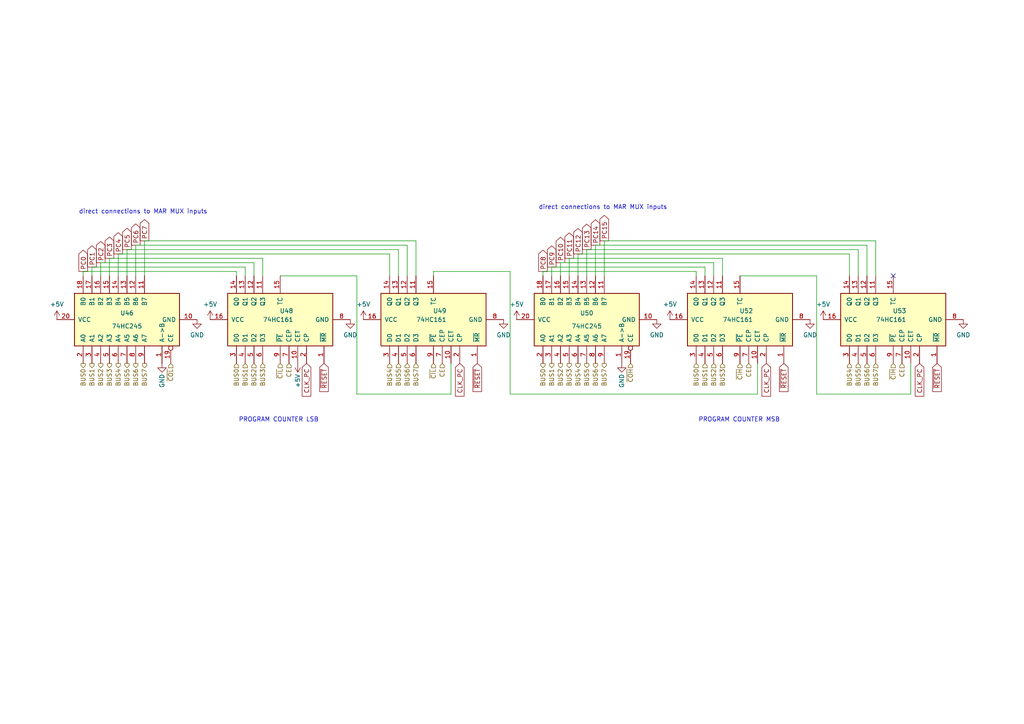
<source format=kicad_sch>
(kicad_sch (version 20211123) (generator eeschema)

  (uuid 531210ac-d133-4fad-8436-d617d548259f)

  (paper "A4")

  (title_block
    (title "Program Counter")
    (date "2023-12-11")
    (rev "1.1")
    (comment 2 "creativecommons.org/licenses/by-nc-sa/4.0/")
    (comment 3 "This work is licensed under CC BY-NC-SA 4.0")
    (comment 4 "Author: Carsten Herting (slu4)")
  )

  (lib_symbols
    (symbol "8-Bit CPU 32k:74HC161" (pin_names (offset 1.016)) (in_bom yes) (on_board yes)
      (property "Reference" "U" (id 0) (at -7.62 16.51 0)
        (effects (font (size 1.27 1.27)))
      )
      (property "Value" "74HC161" (id 1) (at -7.62 -16.51 0)
        (effects (font (size 1.27 1.27)))
      )
      (property "Footprint" "" (id 2) (at 0 0 0)
        (effects (font (size 1.27 1.27)) hide)
      )
      (property "Datasheet" "http://www.ti.com/lit/gpn/sn74LS161" (id 3) (at 0 0 0)
        (effects (font (size 1.27 1.27)) hide)
      )
      (property "ki_locked" "" (id 4) (at 0 0 0)
        (effects (font (size 1.27 1.27)))
      )
      (property "ki_keywords" "TTL CNT CNT4" (id 5) (at 0 0 0)
        (effects (font (size 1.27 1.27)) hide)
      )
      (property "ki_description" "Synchronous 4-bit programmable binary Counter" (id 6) (at 0 0 0)
        (effects (font (size 1.27 1.27)) hide)
      )
      (property "ki_fp_filters" "DIP?16*" (id 7) (at 0 0 0)
        (effects (font (size 1.27 1.27)) hide)
      )
      (symbol "74HC161_1_0"
        (pin input line (at -12.7 -12.7 0) (length 5.08)
          (name "~{MR}" (effects (font (size 1.27 1.27))))
          (number "1" (effects (font (size 1.27 1.27))))
        )
        (pin input line (at -12.7 -5.08 0) (length 5.08)
          (name "CET" (effects (font (size 1.27 1.27))))
          (number "10" (effects (font (size 1.27 1.27))))
        )
        (pin output line (at 12.7 5.08 180) (length 5.08)
          (name "Q3" (effects (font (size 1.27 1.27))))
          (number "11" (effects (font (size 1.27 1.27))))
        )
        (pin output line (at 12.7 7.62 180) (length 5.08)
          (name "Q2" (effects (font (size 1.27 1.27))))
          (number "12" (effects (font (size 1.27 1.27))))
        )
        (pin output line (at 12.7 10.16 180) (length 5.08)
          (name "Q1" (effects (font (size 1.27 1.27))))
          (number "13" (effects (font (size 1.27 1.27))))
        )
        (pin output line (at 12.7 12.7 180) (length 5.08)
          (name "Q0" (effects (font (size 1.27 1.27))))
          (number "14" (effects (font (size 1.27 1.27))))
        )
        (pin output line (at 12.7 0 180) (length 5.08)
          (name "TC" (effects (font (size 1.27 1.27))))
          (number "15" (effects (font (size 1.27 1.27))))
        )
        (pin power_in line (at 0 20.32 270) (length 5.08)
          (name "VCC" (effects (font (size 1.27 1.27))))
          (number "16" (effects (font (size 1.27 1.27))))
        )
        (pin input line (at -12.7 -7.62 0) (length 5.08)
          (name "CP" (effects (font (size 1.27 1.27))))
          (number "2" (effects (font (size 1.27 1.27))))
        )
        (pin input line (at -12.7 12.7 0) (length 5.08)
          (name "D0" (effects (font (size 1.27 1.27))))
          (number "3" (effects (font (size 1.27 1.27))))
        )
        (pin input line (at -12.7 10.16 0) (length 5.08)
          (name "D1" (effects (font (size 1.27 1.27))))
          (number "4" (effects (font (size 1.27 1.27))))
        )
        (pin input line (at -12.7 7.62 0) (length 5.08)
          (name "D2" (effects (font (size 1.27 1.27))))
          (number "5" (effects (font (size 1.27 1.27))))
        )
        (pin input line (at -12.7 5.08 0) (length 5.08)
          (name "D3" (effects (font (size 1.27 1.27))))
          (number "6" (effects (font (size 1.27 1.27))))
        )
        (pin input line (at -12.7 -2.54 0) (length 5.08)
          (name "CEP" (effects (font (size 1.27 1.27))))
          (number "7" (effects (font (size 1.27 1.27))))
        )
        (pin power_in line (at 0 -20.32 90) (length 5.08)
          (name "GND" (effects (font (size 1.27 1.27))))
          (number "8" (effects (font (size 1.27 1.27))))
        )
        (pin input line (at -12.7 0 0) (length 5.08)
          (name "~{PE}" (effects (font (size 1.27 1.27))))
          (number "9" (effects (font (size 1.27 1.27))))
        )
      )
      (symbol "74HC161_1_1"
        (rectangle (start -7.62 15.24) (end 7.62 -15.24)
          (stroke (width 0.254) (type default) (color 0 0 0 0))
          (fill (type background))
        )
      )
    )
    (symbol "8-Bit CPU 32k:74HC245" (pin_names (offset 1.016)) (in_bom yes) (on_board yes)
      (property "Reference" "U" (id 0) (at 0 -6.35 90)
        (effects (font (size 1.27 1.27)))
      )
      (property "Value" "74HC245" (id 1) (at 0 2.54 90)
        (effects (font (size 1.27 1.27)))
      )
      (property "Footprint" "" (id 2) (at 0 0 0)
        (effects (font (size 1.27 1.27)) hide)
      )
      (property "Datasheet" "http://www.ti.com/lit/gpn/sn74HC245" (id 3) (at 0 -17.78 0)
        (effects (font (size 1.27 1.27)) hide)
      )
      (property "ki_locked" "" (id 4) (at 0 0 0)
        (effects (font (size 1.27 1.27)))
      )
      (property "ki_keywords" "HCMOS BUS 3State" (id 5) (at 0 0 0)
        (effects (font (size 1.27 1.27)) hide)
      )
      (property "ki_description" "Octal BUS Transceivers, 3-State outputs" (id 6) (at 0 0 0)
        (effects (font (size 1.27 1.27)) hide)
      )
      (property "ki_fp_filters" "DIP?20*" (id 7) (at 0 0 0)
        (effects (font (size 1.27 1.27)) hide)
      )
      (symbol "74HC245_1_0"
        (pin input line (at -12.7 -10.16 0) (length 5.08)
          (name "A->B" (effects (font (size 1.27 1.27))))
          (number "1" (effects (font (size 1.27 1.27))))
        )
        (pin power_in line (at 0 -20.32 90) (length 5.08)
          (name "GND" (effects (font (size 1.27 1.27))))
          (number "10" (effects (font (size 1.27 1.27))))
        )
        (pin input line (at 12.7 -5.08 180) (length 5.08)
          (name "B7" (effects (font (size 1.27 1.27))))
          (number "11" (effects (font (size 1.27 1.27))))
        )
        (pin input line (at 12.7 -2.54 180) (length 5.08)
          (name "B6" (effects (font (size 1.27 1.27))))
          (number "12" (effects (font (size 1.27 1.27))))
        )
        (pin input line (at 12.7 0 180) (length 5.08)
          (name "B5" (effects (font (size 1.27 1.27))))
          (number "13" (effects (font (size 1.27 1.27))))
        )
        (pin input line (at 12.7 2.54 180) (length 5.08)
          (name "B4" (effects (font (size 1.27 1.27))))
          (number "14" (effects (font (size 1.27 1.27))))
        )
        (pin input line (at 12.7 5.08 180) (length 5.08)
          (name "B3" (effects (font (size 1.27 1.27))))
          (number "15" (effects (font (size 1.27 1.27))))
        )
        (pin input line (at 12.7 7.62 180) (length 5.08)
          (name "B2" (effects (font (size 1.27 1.27))))
          (number "16" (effects (font (size 1.27 1.27))))
        )
        (pin input line (at 12.7 10.16 180) (length 5.08)
          (name "B1" (effects (font (size 1.27 1.27))))
          (number "17" (effects (font (size 1.27 1.27))))
        )
        (pin input line (at 12.7 12.7 180) (length 5.08)
          (name "B0" (effects (font (size 1.27 1.27))))
          (number "18" (effects (font (size 1.27 1.27))))
        )
        (pin input inverted (at -12.7 -12.7 0) (length 5.08)
          (name "CE" (effects (font (size 1.27 1.27))))
          (number "19" (effects (font (size 1.27 1.27))))
        )
        (pin tri_state line (at -12.7 12.7 0) (length 5.08)
          (name "A0" (effects (font (size 1.27 1.27))))
          (number "2" (effects (font (size 1.27 1.27))))
        )
        (pin power_in line (at 0 20.32 270) (length 5.08)
          (name "VCC" (effects (font (size 1.27 1.27))))
          (number "20" (effects (font (size 1.27 1.27))))
        )
        (pin tri_state line (at -12.7 10.16 0) (length 5.08)
          (name "A1" (effects (font (size 1.27 1.27))))
          (number "3" (effects (font (size 1.27 1.27))))
        )
        (pin tri_state line (at -12.7 7.62 0) (length 5.08)
          (name "A2" (effects (font (size 1.27 1.27))))
          (number "4" (effects (font (size 1.27 1.27))))
        )
        (pin tri_state line (at -12.7 5.08 0) (length 5.08)
          (name "A3" (effects (font (size 1.27 1.27))))
          (number "5" (effects (font (size 1.27 1.27))))
        )
        (pin tri_state line (at -12.7 2.54 0) (length 5.08)
          (name "A4" (effects (font (size 1.27 1.27))))
          (number "6" (effects (font (size 1.27 1.27))))
        )
        (pin tri_state line (at -12.7 0 0) (length 5.08)
          (name "A5" (effects (font (size 1.27 1.27))))
          (number "7" (effects (font (size 1.27 1.27))))
        )
        (pin tri_state line (at -12.7 -2.54 0) (length 5.08)
          (name "A6" (effects (font (size 1.27 1.27))))
          (number "8" (effects (font (size 1.27 1.27))))
        )
        (pin tri_state line (at -12.7 -5.08 0) (length 5.08)
          (name "A7" (effects (font (size 1.27 1.27))))
          (number "9" (effects (font (size 1.27 1.27))))
        )
      )
      (symbol "74HC245_1_1"
        (rectangle (start -7.62 15.24) (end 7.62 -15.24)
          (stroke (width 0.254) (type default) (color 0 0 0 0))
          (fill (type background))
        )
      )
    )
    (symbol "power:+5V" (power) (pin_names (offset 0)) (in_bom yes) (on_board yes)
      (property "Reference" "#PWR" (id 0) (at 0 -3.81 0)
        (effects (font (size 1.27 1.27)) hide)
      )
      (property "Value" "+5V" (id 1) (at 0 3.556 0)
        (effects (font (size 1.27 1.27)))
      )
      (property "Footprint" "" (id 2) (at 0 0 0)
        (effects (font (size 1.27 1.27)) hide)
      )
      (property "Datasheet" "" (id 3) (at 0 0 0)
        (effects (font (size 1.27 1.27)) hide)
      )
      (property "ki_keywords" "power-flag" (id 4) (at 0 0 0)
        (effects (font (size 1.27 1.27)) hide)
      )
      (property "ki_description" "Power symbol creates a global label with name \"+5V\"" (id 5) (at 0 0 0)
        (effects (font (size 1.27 1.27)) hide)
      )
      (symbol "+5V_0_1"
        (polyline
          (pts
            (xy -0.762 1.27)
            (xy 0 2.54)
          )
          (stroke (width 0) (type default) (color 0 0 0 0))
          (fill (type none))
        )
        (polyline
          (pts
            (xy 0 0)
            (xy 0 2.54)
          )
          (stroke (width 0) (type default) (color 0 0 0 0))
          (fill (type none))
        )
        (polyline
          (pts
            (xy 0 2.54)
            (xy 0.762 1.27)
          )
          (stroke (width 0) (type default) (color 0 0 0 0))
          (fill (type none))
        )
      )
      (symbol "+5V_1_1"
        (pin power_in line (at 0 0 90) (length 0) hide
          (name "+5V" (effects (font (size 1.27 1.27))))
          (number "1" (effects (font (size 1.27 1.27))))
        )
      )
    )
    (symbol "power:GND" (power) (pin_names (offset 0)) (in_bom yes) (on_board yes)
      (property "Reference" "#PWR" (id 0) (at 0 -6.35 0)
        (effects (font (size 1.27 1.27)) hide)
      )
      (property "Value" "GND" (id 1) (at 0 -3.81 0)
        (effects (font (size 1.27 1.27)))
      )
      (property "Footprint" "" (id 2) (at 0 0 0)
        (effects (font (size 1.27 1.27)) hide)
      )
      (property "Datasheet" "" (id 3) (at 0 0 0)
        (effects (font (size 1.27 1.27)) hide)
      )
      (property "ki_keywords" "power-flag" (id 4) (at 0 0 0)
        (effects (font (size 1.27 1.27)) hide)
      )
      (property "ki_description" "Power symbol creates a global label with name \"GND\" , ground" (id 5) (at 0 0 0)
        (effects (font (size 1.27 1.27)) hide)
      )
      (symbol "GND_0_1"
        (polyline
          (pts
            (xy 0 0)
            (xy 0 -1.27)
            (xy 1.27 -1.27)
            (xy 0 -2.54)
            (xy -1.27 -1.27)
            (xy 0 -1.27)
          )
          (stroke (width 0) (type default) (color 0 0 0 0))
          (fill (type none))
        )
      )
      (symbol "GND_1_1"
        (pin power_in line (at 0 0 270) (length 0) hide
          (name "GND" (effects (font (size 1.27 1.27))))
          (number "1" (effects (font (size 1.27 1.27))))
        )
      )
    )
  )


  (no_connect (at 259.08 80.01) (uuid 28dbcf32-a839-44ce-aba2-169e5baf7f93))

  (wire (pts (xy 39.37 80.01) (xy 39.37 71.12))
    (stroke (width 0) (type default) (color 0 0 0 0))
    (uuid 0780e0b9-154b-4cff-a239-3a5c8437af58)
  )
  (wire (pts (xy 209.55 80.01) (xy 209.55 74.93))
    (stroke (width 0) (type default) (color 0 0 0 0))
    (uuid 07a1204d-8218-4d86-9f31-083b5bdf4069)
  )
  (wire (pts (xy 125.73 80.01) (xy 125.73 78.74))
    (stroke (width 0) (type default) (color 0 0 0 0))
    (uuid 08114ff2-73aa-4795-89ca-6d7316a7e974)
  )
  (wire (pts (xy 76.2 80.01) (xy 76.2 74.93))
    (stroke (width 0) (type default) (color 0 0 0 0))
    (uuid 0b59de52-fab0-4596-a076-5a7460d2293a)
  )
  (wire (pts (xy 204.47 77.47) (xy 160.02 77.47))
    (stroke (width 0) (type default) (color 0 0 0 0))
    (uuid 1354c3e1-417c-4b0f-bb8b-be50919a15c2)
  )
  (wire (pts (xy 103.505 114.3) (xy 130.81 114.3))
    (stroke (width 0) (type default) (color 0 0 0 0))
    (uuid 1ce315f8-993b-49da-806e-9a7c1eafeef3)
  )
  (wire (pts (xy 26.67 77.47) (xy 26.67 80.01))
    (stroke (width 0) (type default) (color 0 0 0 0))
    (uuid 21ca5b86-a3c3-4f51-a298-e85d6bc95677)
  )
  (wire (pts (xy 160.02 77.47) (xy 160.02 80.01))
    (stroke (width 0) (type default) (color 0 0 0 0))
    (uuid 225a2f60-2c5f-4547-8134-787d9a182894)
  )
  (wire (pts (xy 162.56 80.01) (xy 162.56 76.2))
    (stroke (width 0) (type default) (color 0 0 0 0))
    (uuid 23dd24fd-1f3e-4ea4-ad6f-6814220e2184)
  )
  (wire (pts (xy 71.12 77.47) (xy 26.67 77.47))
    (stroke (width 0) (type default) (color 0 0 0 0))
    (uuid 2538fda4-a5fb-4bc6-8c60-d9aae4396f88)
  )
  (wire (pts (xy 162.56 76.2) (xy 207.01 76.2))
    (stroke (width 0) (type default) (color 0 0 0 0))
    (uuid 28902c68-a98e-4c5e-8c36-eb4e82526079)
  )
  (wire (pts (xy 113.03 73.66) (xy 113.03 80.01))
    (stroke (width 0) (type default) (color 0 0 0 0))
    (uuid 28e7b761-c87d-4dd9-a5f8-22b757d933b4)
  )
  (wire (pts (xy 204.47 80.01) (xy 204.47 77.47))
    (stroke (width 0) (type default) (color 0 0 0 0))
    (uuid 2a00dc92-3718-4cf6-a969-01fcddf630fc)
  )
  (wire (pts (xy 29.21 76.2) (xy 73.66 76.2))
    (stroke (width 0) (type default) (color 0 0 0 0))
    (uuid 335b7bba-7287-4a50-8426-f874cbfd0c9c)
  )
  (wire (pts (xy 36.83 80.01) (xy 36.83 72.39))
    (stroke (width 0) (type default) (color 0 0 0 0))
    (uuid 37d0a728-1e56-4807-ab64-106f28968345)
  )
  (wire (pts (xy 175.26 69.85) (xy 254 69.85))
    (stroke (width 0) (type default) (color 0 0 0 0))
    (uuid 419d59d4-e4b6-4904-a355-f946ba3e14e9)
  )
  (wire (pts (xy 73.66 76.2) (xy 73.66 80.01))
    (stroke (width 0) (type default) (color 0 0 0 0))
    (uuid 42287f21-5eb3-4384-a4cc-1115efec7906)
  )
  (wire (pts (xy 29.21 80.01) (xy 29.21 76.2))
    (stroke (width 0) (type default) (color 0 0 0 0))
    (uuid 562f052c-58c8-40e0-abe2-570771c0fc01)
  )
  (wire (pts (xy 209.55 74.93) (xy 165.1 74.93))
    (stroke (width 0) (type default) (color 0 0 0 0))
    (uuid 58229f0d-b199-4895-9e5b-4f6e6ad601ab)
  )
  (wire (pts (xy 236.855 80.01) (xy 214.63 80.01))
    (stroke (width 0) (type default) (color 0 0 0 0))
    (uuid 5e8195e4-00b8-4f27-ab9e-0f2affd0b934)
  )
  (wire (pts (xy 236.855 80.01) (xy 236.855 114.3))
    (stroke (width 0) (type default) (color 0 0 0 0))
    (uuid 699a4520-bb3b-474b-93d8-dc2c6bf39cbe)
  )
  (wire (pts (xy 120.65 69.85) (xy 120.65 80.01))
    (stroke (width 0) (type default) (color 0 0 0 0))
    (uuid 69b7b1ac-2c27-4225-ba0d-b6dba6209abb)
  )
  (wire (pts (xy 34.29 80.01) (xy 34.29 73.66))
    (stroke (width 0) (type default) (color 0 0 0 0))
    (uuid 6b588333-cd8a-46b7-8233-eaf0ee70cdef)
  )
  (wire (pts (xy 24.13 78.74) (xy 68.58 78.74))
    (stroke (width 0) (type default) (color 0 0 0 0))
    (uuid 6c4c4e39-1ab6-4eef-ad90-349f0cb5bb52)
  )
  (wire (pts (xy 172.72 71.12) (xy 251.46 71.12))
    (stroke (width 0) (type default) (color 0 0 0 0))
    (uuid 6f3a15a9-bde7-432a-a3d8-8c125fdf20ad)
  )
  (wire (pts (xy 167.64 73.66) (xy 246.38 73.66))
    (stroke (width 0) (type default) (color 0 0 0 0))
    (uuid 71651922-c52e-463a-bd47-e8981f602a8d)
  )
  (wire (pts (xy 157.48 80.01) (xy 157.48 78.74))
    (stroke (width 0) (type default) (color 0 0 0 0))
    (uuid 7b2219c2-645e-4468-a485-5cb82838b146)
  )
  (wire (pts (xy 24.13 80.01) (xy 24.13 78.74))
    (stroke (width 0) (type default) (color 0 0 0 0))
    (uuid 7eafb61f-2a1b-4b1a-90ff-d35367dfda9d)
  )
  (wire (pts (xy 71.12 80.01) (xy 71.12 77.47))
    (stroke (width 0) (type default) (color 0 0 0 0))
    (uuid 7edfecc8-a8e9-4a3c-b32b-1305b4e16d1d)
  )
  (wire (pts (xy 76.2 74.93) (xy 31.75 74.93))
    (stroke (width 0) (type default) (color 0 0 0 0))
    (uuid 7fddf2f3-2551-49eb-b12f-ab310511c694)
  )
  (wire (pts (xy 103.505 80.01) (xy 103.505 114.3))
    (stroke (width 0) (type default) (color 0 0 0 0))
    (uuid 8508fa75-94c2-4d8c-8459-f5b9402d0991)
  )
  (wire (pts (xy 170.18 72.39) (xy 248.92 72.39))
    (stroke (width 0) (type default) (color 0 0 0 0))
    (uuid 8c635129-960c-4d31-bd9e-7fef1a7870da)
  )
  (wire (pts (xy 170.18 80.01) (xy 170.18 72.39))
    (stroke (width 0) (type default) (color 0 0 0 0))
    (uuid 8d7edff2-591a-42f5-be16-4ed3f48244ee)
  )
  (wire (pts (xy 118.11 71.12) (xy 118.11 80.01))
    (stroke (width 0) (type default) (color 0 0 0 0))
    (uuid 91d08a47-023f-4436-adfc-9854b9a7a92e)
  )
  (wire (pts (xy 201.93 78.74) (xy 201.93 80.01))
    (stroke (width 0) (type default) (color 0 0 0 0))
    (uuid 92c6c828-f90d-47e4-ab34-28f986909702)
  )
  (wire (pts (xy 219.71 114.3) (xy 219.71 105.41))
    (stroke (width 0) (type default) (color 0 0 0 0))
    (uuid 99883f85-1a6e-4326-a42e-d1733f93b51a)
  )
  (wire (pts (xy 251.46 71.12) (xy 251.46 80.01))
    (stroke (width 0) (type default) (color 0 0 0 0))
    (uuid 9a23d611-dc30-437e-8fa5-d36cd0454df7)
  )
  (wire (pts (xy 165.1 74.93) (xy 165.1 80.01))
    (stroke (width 0) (type default) (color 0 0 0 0))
    (uuid a0552114-fd15-4f25-8ed9-da1bdf503d43)
  )
  (wire (pts (xy 34.29 73.66) (xy 113.03 73.66))
    (stroke (width 0) (type default) (color 0 0 0 0))
    (uuid a20168da-bb94-4193-a6f1-6c1c7805adea)
  )
  (wire (pts (xy 157.48 78.74) (xy 201.93 78.74))
    (stroke (width 0) (type default) (color 0 0 0 0))
    (uuid a8d7945f-8f21-48d9-9fee-c4a38f8e6854)
  )
  (wire (pts (xy 236.855 114.3) (xy 264.16 114.3))
    (stroke (width 0) (type default) (color 0 0 0 0))
    (uuid a90249dd-2c10-4efd-90bf-17f8e590bf84)
  )
  (wire (pts (xy 254 69.85) (xy 254 80.01))
    (stroke (width 0) (type default) (color 0 0 0 0))
    (uuid aa1851c2-577a-492a-84f5-7ab25bbf83a6)
  )
  (wire (pts (xy 68.58 78.74) (xy 68.58 80.01))
    (stroke (width 0) (type default) (color 0 0 0 0))
    (uuid b0c86d67-1923-415a-ab8e-4f702d4fc574)
  )
  (wire (pts (xy 125.73 78.74) (xy 147.955 78.74))
    (stroke (width 0) (type default) (color 0 0 0 0))
    (uuid bb7ebb69-9aa7-42f9-9fb8-fedc6eb19da8)
  )
  (wire (pts (xy 103.505 80.01) (xy 81.28 80.01))
    (stroke (width 0) (type default) (color 0 0 0 0))
    (uuid c45499ad-95d6-42c3-81c2-14f551212e52)
  )
  (wire (pts (xy 175.26 80.01) (xy 175.26 69.85))
    (stroke (width 0) (type default) (color 0 0 0 0))
    (uuid c517e09d-1a7a-43b0-9fc9-90109a0f7d5e)
  )
  (wire (pts (xy 264.16 114.3) (xy 264.16 105.41))
    (stroke (width 0) (type default) (color 0 0 0 0))
    (uuid cf9eac07-084b-4773-b27e-0e8f1e2ce81e)
  )
  (wire (pts (xy 246.38 73.66) (xy 246.38 80.01))
    (stroke (width 0) (type default) (color 0 0 0 0))
    (uuid d471f4da-2b2e-4fcf-a356-cc726508312a)
  )
  (wire (pts (xy 39.37 71.12) (xy 118.11 71.12))
    (stroke (width 0) (type default) (color 0 0 0 0))
    (uuid d723e06d-3916-4d14-8547-cfcd6b605a74)
  )
  (wire (pts (xy 207.01 76.2) (xy 207.01 80.01))
    (stroke (width 0) (type default) (color 0 0 0 0))
    (uuid d8eaa864-8dd8-4c3d-91df-85a966bf3d6c)
  )
  (wire (pts (xy 36.83 72.39) (xy 115.57 72.39))
    (stroke (width 0) (type default) (color 0 0 0 0))
    (uuid da36f435-0436-4147-bcbe-1c7918158ce0)
  )
  (wire (pts (xy 147.955 114.3) (xy 147.955 78.74))
    (stroke (width 0) (type default) (color 0 0 0 0))
    (uuid ddc863d0-6f6c-44bc-9783-5c8c70c48105)
  )
  (wire (pts (xy 147.955 114.3) (xy 219.71 114.3))
    (stroke (width 0) (type default) (color 0 0 0 0))
    (uuid e064e3e6-d57c-4290-b789-c46710165e69)
  )
  (wire (pts (xy 248.92 72.39) (xy 248.92 80.01))
    (stroke (width 0) (type default) (color 0 0 0 0))
    (uuid e61b0509-9567-461a-9dca-6c07c9628062)
  )
  (wire (pts (xy 115.57 72.39) (xy 115.57 80.01))
    (stroke (width 0) (type default) (color 0 0 0 0))
    (uuid eb9aebee-80c1-475b-96e0-a8fcda7ef16c)
  )
  (wire (pts (xy 172.72 80.01) (xy 172.72 71.12))
    (stroke (width 0) (type default) (color 0 0 0 0))
    (uuid ec6b3b17-509a-45f4-804f-02a5a7d4371c)
  )
  (wire (pts (xy 31.75 74.93) (xy 31.75 80.01))
    (stroke (width 0) (type default) (color 0 0 0 0))
    (uuid eee479c7-3f82-4ad9-bc8f-98b259b0146e)
  )
  (wire (pts (xy 167.64 80.01) (xy 167.64 73.66))
    (stroke (width 0) (type default) (color 0 0 0 0))
    (uuid efbfc4ac-c34e-49ea-98b9-440ad171f7d5)
  )
  (wire (pts (xy 41.91 69.85) (xy 120.65 69.85))
    (stroke (width 0) (type default) (color 0 0 0 0))
    (uuid f37e1b0f-d4f1-46f1-97f5-6b4bc16c7bb8)
  )
  (wire (pts (xy 41.91 80.01) (xy 41.91 69.85))
    (stroke (width 0) (type default) (color 0 0 0 0))
    (uuid fa6493c9-0f22-44bc-a543-bd0e63f7dc63)
  )
  (wire (pts (xy 130.81 114.3) (xy 130.81 105.41))
    (stroke (width 0) (type default) (color 0 0 0 0))
    (uuid fc2a41a1-96ca-4bbe-a876-46ff3750c922)
  )

  (text "PROGRAM COUNTER MSB" (at 202.565 122.555 0)
    (effects (font (size 1.27 1.27)) (justify left bottom))
    (uuid 4abf2062-f79e-4392-b528-351d94b0d463)
  )
  (text "PROGRAM COUNTER LSB" (at 69.215 122.555 0)
    (effects (font (size 1.27 1.27)) (justify left bottom))
    (uuid 66d5bf2f-0634-4d7d-9c1f-9a062c867060)
  )
  (text "direct connections to MAR MUX inputs" (at 22.86 62.23 0)
    (effects (font (size 1.27 1.27)) (justify left bottom))
    (uuid a5ffd0b9-051e-4d60-823f-b199456c7a21)
  )
  (text "direct connections to MAR MUX inputs" (at 156.21 60.96 0)
    (effects (font (size 1.27 1.27)) (justify left bottom))
    (uuid cbae337a-7502-44f3-a615-f6cf57dbc488)
  )

  (global_label "~{RESET}" (shape input) (at 93.98 105.41 270) (fields_autoplaced)
    (effects (font (size 1.27 1.27)) (justify right))
    (uuid 0f02b419-b1af-43d0-81b5-372beaf4338a)
    (property "Intersheet References" "${INTERSHEET_REFS}" (id 0) (at 300.99 153.67 0)
      (effects (font (size 1.27 1.27)) (justify left) hide)
    )
  )
  (global_label "~{RESET}" (shape input) (at 227.33 105.41 270) (fields_autoplaced)
    (effects (font (size 1.27 1.27)) (justify right))
    (uuid 2c3de4c6-865a-4b79-80b6-9d38e2a1aaf1)
    (property "Intersheet References" "${INTERSHEET_REFS}" (id 0) (at 434.34 153.67 0)
      (effects (font (size 1.27 1.27)) (justify left) hide)
    )
  )
  (global_label "PC5" (shape output) (at 36.83 72.39 90) (fields_autoplaced)
    (effects (font (size 1.27 1.27)) (justify left))
    (uuid 3d05446d-d5a3-4b6a-b5a3-bbc3e524f02a)
    (property "Intersheet References" "${INTERSHEET_REFS}" (id 0) (at 36.7506 66.3163 90)
      (effects (font (size 1.27 1.27)) (justify left) hide)
    )
  )
  (global_label "CLK_PC" (shape input) (at 88.9 105.41 270) (fields_autoplaced)
    (effects (font (size 1.27 1.27)) (justify right))
    (uuid 3d36880f-c58e-48b8-9953-cb111bea2c66)
    (property "Intersheet References" "${INTERSHEET_REFS}" (id 0) (at 88.8206 114.8099 90)
      (effects (font (size 1.27 1.27)) (justify right) hide)
    )
  )
  (global_label "PC1" (shape output) (at 26.67 77.47 90) (fields_autoplaced)
    (effects (font (size 1.27 1.27)) (justify left))
    (uuid 3dc2311e-018f-4937-96ac-9e59d557259c)
    (property "Intersheet References" "${INTERSHEET_REFS}" (id 0) (at 26.5906 71.3963 90)
      (effects (font (size 1.27 1.27)) (justify left) hide)
    )
  )
  (global_label "PC3" (shape output) (at 31.75 74.93 90) (fields_autoplaced)
    (effects (font (size 1.27 1.27)) (justify left))
    (uuid 57f5297a-46b0-4a06-9a42-7b25e9781186)
    (property "Intersheet References" "${INTERSHEET_REFS}" (id 0) (at 31.6706 68.8563 90)
      (effects (font (size 1.27 1.27)) (justify left) hide)
    )
  )
  (global_label "PC6" (shape output) (at 39.37 71.12 90) (fields_autoplaced)
    (effects (font (size 1.27 1.27)) (justify left))
    (uuid 690ec622-f2da-4413-8288-a7a27c2daae0)
    (property "Intersheet References" "${INTERSHEET_REFS}" (id 0) (at 39.2906 65.0463 90)
      (effects (font (size 1.27 1.27)) (justify left) hide)
    )
  )
  (global_label "PC12" (shape output) (at 167.64 73.66 90) (fields_autoplaced)
    (effects (font (size 1.27 1.27)) (justify left))
    (uuid 6c0bd70e-10db-4e45-a96e-bb2e94dc9562)
    (property "Intersheet References" "${INTERSHEET_REFS}" (id 0) (at 167.5606 66.3768 90)
      (effects (font (size 1.27 1.27)) (justify left) hide)
    )
  )
  (global_label "~{RESET}" (shape input) (at 138.43 105.41 270) (fields_autoplaced)
    (effects (font (size 1.27 1.27)) (justify right))
    (uuid 898a76e1-bcef-46c4-b34b-f8d041b004c3)
    (property "Intersheet References" "${INTERSHEET_REFS}" (id 0) (at 287.02 153.67 0)
      (effects (font (size 1.27 1.27)) (justify left) hide)
    )
  )
  (global_label "PC15" (shape output) (at 175.26 69.85 90) (fields_autoplaced)
    (effects (font (size 1.27 1.27)) (justify left))
    (uuid 8aad4a16-2993-418b-afd7-d5da61f14ceb)
    (property "Intersheet References" "${INTERSHEET_REFS}" (id 0) (at 175.1806 62.5668 90)
      (effects (font (size 1.27 1.27)) (justify left) hide)
    )
  )
  (global_label "PC4" (shape output) (at 34.29 73.66 90) (fields_autoplaced)
    (effects (font (size 1.27 1.27)) (justify left))
    (uuid 90d115a7-15ae-4598-b3da-9c78e21c40b8)
    (property "Intersheet References" "${INTERSHEET_REFS}" (id 0) (at 34.2106 67.5863 90)
      (effects (font (size 1.27 1.27)) (justify left) hide)
    )
  )
  (global_label "PC10" (shape output) (at 162.56 76.2 90) (fields_autoplaced)
    (effects (font (size 1.27 1.27)) (justify left))
    (uuid 9ab59bcd-9622-4546-a5f3-7a8282e415a5)
    (property "Intersheet References" "${INTERSHEET_REFS}" (id 0) (at 162.4806 68.9168 90)
      (effects (font (size 1.27 1.27)) (justify left) hide)
    )
  )
  (global_label "~{RESET}" (shape input) (at 271.78 105.41 270) (fields_autoplaced)
    (effects (font (size 1.27 1.27)) (justify right))
    (uuid 9bb8b3c4-eac9-4bec-a1b9-78b28137c239)
    (property "Intersheet References" "${INTERSHEET_REFS}" (id 0) (at 420.37 153.67 0)
      (effects (font (size 1.27 1.27)) (justify left) hide)
    )
  )
  (global_label "PC13" (shape output) (at 170.18 72.39 90) (fields_autoplaced)
    (effects (font (size 1.27 1.27)) (justify left))
    (uuid a5d8a1dc-2e74-4b61-a491-484d8de2b0d0)
    (property "Intersheet References" "${INTERSHEET_REFS}" (id 0) (at 170.1006 65.1068 90)
      (effects (font (size 1.27 1.27)) (justify left) hide)
    )
  )
  (global_label "PC9" (shape output) (at 160.02 77.47 90) (fields_autoplaced)
    (effects (font (size 1.27 1.27)) (justify left))
    (uuid bca12e5a-f419-42d7-bad2-42ac63150383)
    (property "Intersheet References" "${INTERSHEET_REFS}" (id 0) (at 159.9406 71.3963 90)
      (effects (font (size 1.27 1.27)) (justify left) hide)
    )
  )
  (global_label "PC11" (shape output) (at 165.1 74.93 90) (fields_autoplaced)
    (effects (font (size 1.27 1.27)) (justify left))
    (uuid bcca835f-6bde-4993-ad39-d6c6cddf1108)
    (property "Intersheet References" "${INTERSHEET_REFS}" (id 0) (at 165.0206 67.6468 90)
      (effects (font (size 1.27 1.27)) (justify left) hide)
    )
  )
  (global_label "PC8" (shape output) (at 157.48 78.74 90) (fields_autoplaced)
    (effects (font (size 1.27 1.27)) (justify left))
    (uuid c5758c14-81ea-4097-bc40-00abca8880ca)
    (property "Intersheet References" "${INTERSHEET_REFS}" (id 0) (at 157.4006 72.6663 90)
      (effects (font (size 1.27 1.27)) (justify left) hide)
    )
  )
  (global_label "CLK_PC" (shape input) (at 222.25 105.41 270) (fields_autoplaced)
    (effects (font (size 1.27 1.27)) (justify right))
    (uuid d0c6a1eb-09af-463d-a13d-57093514d2a8)
    (property "Intersheet References" "${INTERSHEET_REFS}" (id 0) (at 222.1706 114.8099 90)
      (effects (font (size 1.27 1.27)) (justify right) hide)
    )
  )
  (global_label "PC14" (shape output) (at 172.72 71.12 90) (fields_autoplaced)
    (effects (font (size 1.27 1.27)) (justify left))
    (uuid d1b98760-b129-4667-975f-116a7c7a00f2)
    (property "Intersheet References" "${INTERSHEET_REFS}" (id 0) (at 172.6406 63.8368 90)
      (effects (font (size 1.27 1.27)) (justify left) hide)
    )
  )
  (global_label "PC7" (shape output) (at 41.91 69.85 90) (fields_autoplaced)
    (effects (font (size 1.27 1.27)) (justify left))
    (uuid d6c9c13e-ca63-4218-b54a-15d1687289dd)
    (property "Intersheet References" "${INTERSHEET_REFS}" (id 0) (at 41.8306 63.7763 90)
      (effects (font (size 1.27 1.27)) (justify left) hide)
    )
  )
  (global_label "PC0" (shape output) (at 24.13 78.74 90) (fields_autoplaced)
    (effects (font (size 1.27 1.27)) (justify left))
    (uuid dc479a64-39f9-495a-8afe-c1d996edc242)
    (property "Intersheet References" "${INTERSHEET_REFS}" (id 0) (at 24.0506 72.6663 90)
      (effects (font (size 1.27 1.27)) (justify left) hide)
    )
  )
  (global_label "CLK_PC" (shape input) (at 266.7 105.41 270) (fields_autoplaced)
    (effects (font (size 1.27 1.27)) (justify right))
    (uuid e43f2228-bfab-4da4-bb2e-de3b43f37046)
    (property "Intersheet References" "${INTERSHEET_REFS}" (id 0) (at 266.6206 114.8099 90)
      (effects (font (size 1.27 1.27)) (justify right) hide)
    )
  )
  (global_label "CLK_PC" (shape input) (at 133.35 105.41 270) (fields_autoplaced)
    (effects (font (size 1.27 1.27)) (justify right))
    (uuid f4dc6ec2-7e55-4670-90aa-c5044c5e2778)
    (property "Intersheet References" "${INTERSHEET_REFS}" (id 0) (at 133.2706 114.8099 90)
      (effects (font (size 1.27 1.27)) (justify right) hide)
    )
  )
  (global_label "PC2" (shape output) (at 29.21 76.2 90) (fields_autoplaced)
    (effects (font (size 1.27 1.27)) (justify left))
    (uuid f8d8451b-ac8b-4602-b865-249513be9418)
    (property "Intersheet References" "${INTERSHEET_REFS}" (id 0) (at 29.1306 70.1263 90)
      (effects (font (size 1.27 1.27)) (justify left) hide)
    )
  )

  (hierarchical_label "BUS7" (shape output) (at 175.26 105.41 270)
    (effects (font (size 1.27 1.27)) (justify right))
    (uuid 0df23cf1-501a-491a-8f9c-ece74d652e49)
  )
  (hierarchical_label "BUS3" (shape input) (at 209.55 105.41 270)
    (effects (font (size 1.27 1.27)) (justify right))
    (uuid 13337f8a-6fc6-4c14-92ed-192140da8aa0)
  )
  (hierarchical_label "BUS5" (shape output) (at 36.83 105.41 270)
    (effects (font (size 1.27 1.27)) (justify right))
    (uuid 16776016-42c8-48dc-8e3a-7ba71fbdf2c6)
  )
  (hierarchical_label "BUS1" (shape output) (at 160.02 105.41 270)
    (effects (font (size 1.27 1.27)) (justify right))
    (uuid 1b2f3218-97ab-4644-80c3-1054e5dcd116)
  )
  (hierarchical_label "BUS0" (shape output) (at 24.13 105.41 270)
    (effects (font (size 1.27 1.27)) (justify right))
    (uuid 1bc484d0-9ae6-40ef-9aad-013b21eb4fc5)
  )
  (hierarchical_label "BUS2" (shape output) (at 29.21 105.41 270)
    (effects (font (size 1.27 1.27)) (justify right))
    (uuid 1bcbdada-2fc4-4cd3-b97a-21c868c74e77)
  )
  (hierarchical_label "BUS0" (shape input) (at 68.58 105.41 270)
    (effects (font (size 1.27 1.27)) (justify right))
    (uuid 1e7f6cf1-c4fe-4de2-b919-161cd7de3aed)
  )
  (hierarchical_label "~{CIH}" (shape input) (at 259.08 105.41 270)
    (effects (font (size 1.27 1.27)) (justify right))
    (uuid 2142d693-cc10-4171-b3c4-1646f270f8a4)
  )
  (hierarchical_label "BUS7" (shape input) (at 120.65 105.41 270)
    (effects (font (size 1.27 1.27)) (justify right))
    (uuid 2ce139c3-3716-47b1-aff5-76569afa78c1)
  )
  (hierarchical_label "CE" (shape input) (at 128.27 105.41 270)
    (effects (font (size 1.27 1.27)) (justify right))
    (uuid 354fc221-19df-448f-8bd5-8449ab04b3f4)
  )
  (hierarchical_label "BUS3" (shape output) (at 31.75 105.41 270)
    (effects (font (size 1.27 1.27)) (justify right))
    (uuid 41baaaff-7e98-4432-b1bd-9dd545b4ca0a)
  )
  (hierarchical_label "BUS0" (shape output) (at 157.48 105.41 270)
    (effects (font (size 1.27 1.27)) (justify right))
    (uuid 42526aa6-3bc7-44c0-9682-e0ad2cc66e77)
  )
  (hierarchical_label "BUS1" (shape input) (at 204.47 105.41 270)
    (effects (font (size 1.27 1.27)) (justify right))
    (uuid 54e1520b-1d7f-4fc2-9779-6ea0147842f5)
  )
  (hierarchical_label "BUS4" (shape input) (at 246.38 105.41 270)
    (effects (font (size 1.27 1.27)) (justify right))
    (uuid 5ce8f720-716e-4db7-915f-6da1eabcca50)
  )
  (hierarchical_label "BUS1" (shape input) (at 71.12 105.41 270)
    (effects (font (size 1.27 1.27)) (justify right))
    (uuid 5d7878a9-935b-4807-9904-1e2d23b3f50d)
  )
  (hierarchical_label "~{CIL}" (shape input) (at 81.28 105.41 270)
    (effects (font (size 1.27 1.27)) (justify right))
    (uuid 5e1f2e7d-1c19-4caf-85bb-c9855eec7320)
  )
  (hierarchical_label "BUS5" (shape input) (at 115.57 105.41 270)
    (effects (font (size 1.27 1.27)) (justify right))
    (uuid 65b73701-e5b1-4bdc-8ffa-e8880ba7f3da)
  )
  (hierarchical_label "BUS5" (shape output) (at 170.18 105.41 270)
    (effects (font (size 1.27 1.27)) (justify right))
    (uuid 76f43353-4279-4271-a0af-65bab95f2a83)
  )
  (hierarchical_label "~{CIH}" (shape input) (at 214.63 105.41 270)
    (effects (font (size 1.27 1.27)) (justify right))
    (uuid 7cb0191c-1b9b-431d-825d-6bfd17d15249)
  )
  (hierarchical_label "~{COH}" (shape input) (at 182.88 105.41 270)
    (effects (font (size 1.27 1.27)) (justify right))
    (uuid 7e06d4da-b9b0-4ad8-9644-aad95250e91c)
  )
  (hierarchical_label "~{COL}" (shape input) (at 49.53 105.41 270)
    (effects (font (size 1.27 1.27)) (justify right))
    (uuid 8381ce21-e62a-4e37-9183-c84953d88740)
  )
  (hierarchical_label "BUS4" (shape output) (at 167.64 105.41 270)
    (effects (font (size 1.27 1.27)) (justify right))
    (uuid 8968a2c6-fefd-4f28-91f7-1bdfb51e514a)
  )
  (hierarchical_label "BUS6" (shape output) (at 39.37 105.41 270)
    (effects (font (size 1.27 1.27)) (justify right))
    (uuid 8d334963-208c-4b22-8c21-0be7ebe6bfda)
  )
  (hierarchical_label "BUS4" (shape input) (at 113.03 105.41 270)
    (effects (font (size 1.27 1.27)) (justify right))
    (uuid 9232c2c7-6ce7-4347-817d-b61206fa71ad)
  )
  (hierarchical_label "BUS3" (shape input) (at 76.2 105.41 270)
    (effects (font (size 1.27 1.27)) (justify right))
    (uuid 930f5e29-edc0-4c1b-941b-12288ff25e37)
  )
  (hierarchical_label "BUS6" (shape input) (at 118.11 105.41 270)
    (effects (font (size 1.27 1.27)) (justify right))
    (uuid 97ab6ef7-2fec-4b9d-83b1-5717e52f3ddc)
  )
  (hierarchical_label "BUS1" (shape output) (at 26.67 105.41 270)
    (effects (font (size 1.27 1.27)) (justify right))
    (uuid a9adbae5-a5ac-4855-b7c7-776cc7410550)
  )
  (hierarchical_label "BUS6" (shape input) (at 251.46 105.41 270)
    (effects (font (size 1.27 1.27)) (justify right))
    (uuid af76f43d-8412-4302-b8bf-12a49e9e1505)
  )
  (hierarchical_label "BUS7" (shape output) (at 41.91 105.41 270)
    (effects (font (size 1.27 1.27)) (justify right))
    (uuid b6dc7b62-4898-46bb-9c4c-9a8c9175b0a3)
  )
  (hierarchical_label "CE" (shape input) (at 261.62 105.41 270)
    (effects (font (size 1.27 1.27)) (justify right))
    (uuid b6f75e5c-bed6-43f8-a913-0f897d1a7318)
  )
  (hierarchical_label "BUS2" (shape input) (at 73.66 105.41 270)
    (effects (font (size 1.27 1.27)) (justify right))
    (uuid c4f21e9d-d98f-4338-8ecf-e42997ae7066)
  )
  (hierarchical_label "BUS0" (shape input) (at 201.93 105.41 270)
    (effects (font (size 1.27 1.27)) (justify right))
    (uuid c7e36ff2-233f-4be5-b207-86c9ed549581)
  )
  (hierarchical_label "BUS2" (shape input) (at 207.01 105.41 270)
    (effects (font (size 1.27 1.27)) (justify right))
    (uuid cce8bd85-a249-4b64-b349-f660986b6f25)
  )
  (hierarchical_label "BUS7" (shape input) (at 254 105.41 270)
    (effects (font (size 1.27 1.27)) (justify right))
    (uuid cd3c6b21-1c28-4318-993c-08070cd1db53)
  )
  (hierarchical_label "BUS3" (shape output) (at 165.1 105.41 270)
    (effects (font (size 1.27 1.27)) (justify right))
    (uuid cfeb892e-c66d-443b-8b2d-5901215845f9)
  )
  (hierarchical_label "CE" (shape input) (at 83.82 105.41 270)
    (effects (font (size 1.27 1.27)) (justify right))
    (uuid dc33082b-c94f-40b6-98e4-bb5df40bf19a)
  )
  (hierarchical_label "BUS2" (shape output) (at 162.56 105.41 270)
    (effects (font (size 1.27 1.27)) (justify right))
    (uuid e5c09e3a-351f-43f6-b0e5-c3d7197fd87a)
  )
  (hierarchical_label "~{CIL}" (shape input) (at 125.73 105.41 270)
    (effects (font (size 1.27 1.27)) (justify right))
    (uuid e92545ec-2321-4a8e-adfc-bd419b82c6d9)
  )
  (hierarchical_label "CE" (shape input) (at 217.17 105.41 270)
    (effects (font (size 1.27 1.27)) (justify right))
    (uuid f300cc8b-9329-4334-93d5-db1f383494fa)
  )
  (hierarchical_label "BUS4" (shape output) (at 34.29 105.41 270)
    (effects (font (size 1.27 1.27)) (justify right))
    (uuid f4acd34e-67f1-4ba8-8628-15fac4c779a7)
  )
  (hierarchical_label "BUS5" (shape input) (at 248.92 105.41 270)
    (effects (font (size 1.27 1.27)) (justify right))
    (uuid f58c2be5-7dff-4606-a1cd-00070af9327f)
  )
  (hierarchical_label "BUS6" (shape output) (at 172.72 105.41 270)
    (effects (font (size 1.27 1.27)) (justify right))
    (uuid ff47645d-41c5-4920-aa27-a1dfe4b3f19c)
  )

  (symbol (lib_id "power:+5V") (at 105.41 92.71 0) (mirror y) (unit 1)
    (in_bom yes) (on_board yes)
    (uuid 00000000-0000-0000-0000-00005f9174f1)
    (property "Reference" "#PWR0211" (id 0) (at 105.41 96.52 0)
      (effects (font (size 1.27 1.27)) hide)
    )
    (property "Value" "+5V" (id 1) (at 105.41 88.265 0))
    (property "Footprint" "" (id 2) (at 105.41 92.71 0)
      (effects (font (size 1.27 1.27)) hide)
    )
    (property "Datasheet" "" (id 3) (at 105.41 92.71 0)
      (effects (font (size 1.27 1.27)) hide)
    )
    (pin "1" (uuid e38a1872-ed62-42aa-9ea2-792e15c76146))
  )

  (symbol (lib_id "power:GND") (at 146.05 92.71 0) (mirror y) (unit 1)
    (in_bom yes) (on_board yes)
    (uuid 00000000-0000-0000-0000-00005f917b6a)
    (property "Reference" "#PWR0212" (id 0) (at 146.05 99.06 0)
      (effects (font (size 1.27 1.27)) hide)
    )
    (property "Value" "GND" (id 1) (at 146.05 97.155 0))
    (property "Footprint" "" (id 2) (at 146.05 92.71 0)
      (effects (font (size 1.27 1.27)) hide)
    )
    (property "Datasheet" "" (id 3) (at 146.05 92.71 0)
      (effects (font (size 1.27 1.27)) hide)
    )
    (pin "1" (uuid e3dc3c57-e0f0-46df-987e-c06371265a3e))
  )

  (symbol (lib_id "power:GND") (at 101.6 92.71 0) (mirror y) (unit 1)
    (in_bom yes) (on_board yes)
    (uuid 00000000-0000-0000-0000-00005f918649)
    (property "Reference" "#PWR0210" (id 0) (at 101.6 99.06 0)
      (effects (font (size 1.27 1.27)) hide)
    )
    (property "Value" "GND" (id 1) (at 101.6 97.155 0))
    (property "Footprint" "" (id 2) (at 101.6 92.71 0)
      (effects (font (size 1.27 1.27)) hide)
    )
    (property "Datasheet" "" (id 3) (at 101.6 92.71 0)
      (effects (font (size 1.27 1.27)) hide)
    )
    (pin "1" (uuid 1d7b676c-eed1-4aba-b0c8-00da2d2e0362))
  )

  (symbol (lib_id "power:+5V") (at 60.96 92.71 0) (mirror y) (unit 1)
    (in_bom yes) (on_board yes)
    (uuid 00000000-0000-0000-0000-00005f91896c)
    (property "Reference" "#PWR0208" (id 0) (at 60.96 96.52 0)
      (effects (font (size 1.27 1.27)) hide)
    )
    (property "Value" "+5V" (id 1) (at 60.96 88.265 0))
    (property "Footprint" "" (id 2) (at 60.96 92.71 0)
      (effects (font (size 1.27 1.27)) hide)
    )
    (property "Datasheet" "" (id 3) (at 60.96 92.71 0)
      (effects (font (size 1.27 1.27)) hide)
    )
    (pin "1" (uuid 7efb4a2f-1e93-49b6-aa91-bd50fd326aa7))
  )

  (symbol (lib_id "power:GND") (at 57.15 92.71 0) (mirror y) (unit 1)
    (in_bom yes) (on_board yes)
    (uuid 00000000-0000-0000-0000-00005f91bfcd)
    (property "Reference" "#PWR0206" (id 0) (at 57.15 99.06 0)
      (effects (font (size 1.27 1.27)) hide)
    )
    (property "Value" "GND" (id 1) (at 57.15 97.155 0))
    (property "Footprint" "" (id 2) (at 57.15 92.71 0)
      (effects (font (size 1.27 1.27)) hide)
    )
    (property "Datasheet" "" (id 3) (at 57.15 92.71 0)
      (effects (font (size 1.27 1.27)) hide)
    )
    (pin "1" (uuid f9b561d5-e103-433c-ae32-f546c4b236a2))
  )

  (symbol (lib_id "power:+5V") (at 16.51 92.71 0) (mirror y) (unit 1)
    (in_bom yes) (on_board yes)
    (uuid 00000000-0000-0000-0000-00005f91c5a3)
    (property "Reference" "#PWR0203" (id 0) (at 16.51 96.52 0)
      (effects (font (size 1.27 1.27)) hide)
    )
    (property "Value" "+5V" (id 1) (at 16.51 88.265 0))
    (property "Footprint" "" (id 2) (at 16.51 92.71 0)
      (effects (font (size 1.27 1.27)) hide)
    )
    (property "Datasheet" "" (id 3) (at 16.51 92.71 0)
      (effects (font (size 1.27 1.27)) hide)
    )
    (pin "1" (uuid b3356d8a-aa7e-4342-a45e-00ce554cb5f9))
  )

  (symbol (lib_id "power:GND") (at 46.99 105.41 0) (mirror y) (unit 1)
    (in_bom yes) (on_board yes)
    (uuid 00000000-0000-0000-0000-00005f91c9dc)
    (property "Reference" "#PWR0205" (id 0) (at 46.99 111.76 0)
      (effects (font (size 1.27 1.27)) hide)
    )
    (property "Value" "GND" (id 1) (at 46.99 110.49 90))
    (property "Footprint" "" (id 2) (at 46.99 105.41 0)
      (effects (font (size 1.27 1.27)) hide)
    )
    (property "Datasheet" "" (id 3) (at 46.99 105.41 0)
      (effects (font (size 1.27 1.27)) hide)
    )
    (pin "1" (uuid cca59b49-bce7-4cfa-91f8-b1ed70eb48da))
  )

  (symbol (lib_id "8-Bit CPU 32k:74HC161") (at 81.28 92.71 90) (unit 1)
    (in_bom yes) (on_board yes)
    (uuid 00000000-0000-0000-0000-000060c8aa8d)
    (property "Reference" "U48" (id 0) (at 85.09 90.17 90)
      (effects (font (size 1.27 1.27)) (justify left))
    )
    (property "Value" "74HC161" (id 1) (at 85.09 92.71 90)
      (effects (font (size 1.27 1.27)) (justify left))
    )
    (property "Footprint" "Package_DIP:DIP-16_W7.62mm_Socket" (id 2) (at 81.28 92.71 0)
      (effects (font (size 1.27 1.27)) hide)
    )
    (property "Datasheet" "http://www.ti.com/lit/gpn/sn74LS161" (id 3) (at 81.28 92.71 0)
      (effects (font (size 1.27 1.27)) hide)
    )
    (pin "1" (uuid dae0bdc8-7989-44ff-838d-9f3cd428e150))
    (pin "10" (uuid f6dff81d-f0f0-4756-84be-264cec1b59ad))
    (pin "11" (uuid a68d6c9f-831f-48ee-9ecb-5e8254f88f2b))
    (pin "12" (uuid c4871abc-f236-4e80-8756-7b3fe7adfd0a))
    (pin "13" (uuid fd695a3f-ce05-493a-b414-8db7de25b141))
    (pin "14" (uuid b756fef6-9804-432d-8c9a-d1152f349007))
    (pin "15" (uuid 9d067458-ea3f-4a58-9191-4b4c0093dea2))
    (pin "16" (uuid cfc430e0-5eb4-4188-86aa-ce27008b8772))
    (pin "2" (uuid 11f5893b-0953-4dc1-91bc-fc947c5b549d))
    (pin "3" (uuid de9433c9-4c1a-456d-90a8-dfac01c1fe2e))
    (pin "4" (uuid 191e04db-a088-49c0-9004-1cc1b6d5b663))
    (pin "5" (uuid 085c9096-abab-499f-b461-f648b0e90e9c))
    (pin "6" (uuid 4984fee7-dede-4adf-bfea-6e851b648698))
    (pin "7" (uuid 0e4f4b11-f6d5-4bc8-959d-f1f89b67b13f))
    (pin "8" (uuid 7d4a71b2-6440-4603-a97d-39375f3a2e34))
    (pin "9" (uuid 19ade452-338b-4154-9dbc-56b205f7649d))
  )

  (symbol (lib_id "8-Bit CPU 32k:74HC161") (at 125.73 92.71 90) (unit 1)
    (in_bom yes) (on_board yes)
    (uuid 00000000-0000-0000-0000-000060c8c27b)
    (property "Reference" "U49" (id 0) (at 129.54 90.17 90)
      (effects (font (size 1.27 1.27)) (justify left))
    )
    (property "Value" "74HC161" (id 1) (at 129.54 92.71 90)
      (effects (font (size 1.27 1.27)) (justify left))
    )
    (property "Footprint" "Package_DIP:DIP-16_W7.62mm_Socket" (id 2) (at 125.73 92.71 0)
      (effects (font (size 1.27 1.27)) hide)
    )
    (property "Datasheet" "http://www.ti.com/lit/gpn/sn74LS161" (id 3) (at 125.73 92.71 0)
      (effects (font (size 1.27 1.27)) hide)
    )
    (pin "1" (uuid 3ece1849-ba0e-4dae-9f9a-d2e5350c72f1))
    (pin "10" (uuid d89b37f7-4ff3-4fae-a696-cf40a06685ce))
    (pin "11" (uuid 86a7e6e7-825d-47b0-b8d1-c11bfabd889d))
    (pin "12" (uuid c0825d1c-6b53-491e-a3bb-650c9545fd2b))
    (pin "13" (uuid 00022e35-dfec-41f0-b289-43648fa0d6cb))
    (pin "14" (uuid f7dd6a7e-793a-497f-8f34-796a325f1f07))
    (pin "15" (uuid f8696c13-8cf2-40fa-94f0-a6b86d3ab7d5))
    (pin "16" (uuid d5dcb5dd-76da-4291-9cf9-4bd606b6016a))
    (pin "2" (uuid 2fccacf0-0ece-4ec3-bed7-c542433dd8da))
    (pin "3" (uuid 56bc49ba-ee4d-4564-a0c8-27c113f6570d))
    (pin "4" (uuid cdf95651-8a5d-4e70-b047-a2f26b4fa6d3))
    (pin "5" (uuid f6f057fc-dcac-4317-aadc-4fe83d8b7eae))
    (pin "6" (uuid 474b730c-6cac-4ab5-bf6f-2230c1e6a116))
    (pin "7" (uuid bdf7a4fc-444a-48bf-b0e5-6fdf62b183c6))
    (pin "8" (uuid 815cb3d7-4aa7-4d79-ab93-0adb49e1f54a))
    (pin "9" (uuid 8fd20c1f-2c06-453c-88af-dd2219272a50))
  )

  (symbol (lib_id "power:GND") (at 279.4 92.71 0) (mirror y) (unit 1)
    (in_bom yes) (on_board yes)
    (uuid 11a51728-f289-40d8-88d2-39146a7e306c)
    (property "Reference" "#PWR0221" (id 0) (at 279.4 99.06 0)
      (effects (font (size 1.27 1.27)) hide)
    )
    (property "Value" "GND" (id 1) (at 279.4 97.155 0))
    (property "Footprint" "" (id 2) (at 279.4 92.71 0)
      (effects (font (size 1.27 1.27)) hide)
    )
    (property "Datasheet" "" (id 3) (at 279.4 92.71 0)
      (effects (font (size 1.27 1.27)) hide)
    )
    (pin "1" (uuid f105a2a5-978f-4bdc-af12-573993c910b2))
  )

  (symbol (lib_id "power:+5V") (at 86.36 105.41 0) (mirror x) (unit 1)
    (in_bom yes) (on_board yes)
    (uuid 249461bb-8a75-4d99-be2e-42f888d9a552)
    (property "Reference" "#PWR0209" (id 0) (at 86.36 101.6 0)
      (effects (font (size 1.27 1.27)) hide)
    )
    (property "Value" "+5V" (id 1) (at 86.36 110.49 90))
    (property "Footprint" "" (id 2) (at 86.36 105.41 0)
      (effects (font (size 1.27 1.27)) hide)
    )
    (property "Datasheet" "" (id 3) (at 86.36 105.41 0)
      (effects (font (size 1.27 1.27)) hide)
    )
    (pin "1" (uuid 41b580ac-af8d-4684-998f-636d7bcb02ab))
  )

  (symbol (lib_id "power:GND") (at 234.95 92.71 0) (mirror y) (unit 1)
    (in_bom yes) (on_board yes)
    (uuid 2ce431c2-6b25-47c8-a58a-490c2c5af2e8)
    (property "Reference" "#PWR0219" (id 0) (at 234.95 99.06 0)
      (effects (font (size 1.27 1.27)) hide)
    )
    (property "Value" "GND" (id 1) (at 234.95 97.155 0))
    (property "Footprint" "" (id 2) (at 234.95 92.71 0)
      (effects (font (size 1.27 1.27)) hide)
    )
    (property "Datasheet" "" (id 3) (at 234.95 92.71 0)
      (effects (font (size 1.27 1.27)) hide)
    )
    (pin "1" (uuid aa1f488a-8696-4683-a538-3124fbcb1276))
  )

  (symbol (lib_id "power:GND") (at 180.34 105.41 0) (mirror y) (unit 1)
    (in_bom yes) (on_board yes)
    (uuid 559e38ce-2cf3-49d6-8416-c6c2228904d0)
    (property "Reference" "#PWR0215" (id 0) (at 180.34 111.76 0)
      (effects (font (size 1.27 1.27)) hide)
    )
    (property "Value" "GND" (id 1) (at 180.34 110.49 90))
    (property "Footprint" "" (id 2) (at 180.34 105.41 0)
      (effects (font (size 1.27 1.27)) hide)
    )
    (property "Datasheet" "" (id 3) (at 180.34 105.41 0)
      (effects (font (size 1.27 1.27)) hide)
    )
    (pin "1" (uuid e3b2baea-6d3d-4c10-b3d8-ba823d569287))
  )

  (symbol (lib_id "8-Bit CPU 32k:74HC245") (at 170.18 92.71 90) (unit 1)
    (in_bom yes) (on_board yes)
    (uuid 6b1ac8d2-2909-49cc-84f3-f9245e545dd6)
    (property "Reference" "U50" (id 0) (at 170.18 90.805 90))
    (property "Value" "74HC245" (id 1) (at 170.18 94.615 90))
    (property "Footprint" "Package_DIP:DIP-20_W7.62mm_Socket" (id 2) (at 170.18 92.71 0)
      (effects (font (size 1.27 1.27)) hide)
    )
    (property "Datasheet" "http://www.ti.com/lit/gpn/sn74HC245" (id 3) (at 187.96 92.71 0)
      (effects (font (size 1.27 1.27)) hide)
    )
    (pin "1" (uuid 02caf6be-aec5-4068-9290-2979937a9859))
    (pin "10" (uuid 2b4e5590-a385-41e9-a4d4-697a50d73c37))
    (pin "11" (uuid 0ff671e6-e8cd-4c0a-b4cc-6f90c5b4fe72))
    (pin "12" (uuid b8a7db9a-80cd-4efc-8f6d-d8fff26b21d6))
    (pin "13" (uuid 9579292e-c4ea-404f-93d1-b021602c5535))
    (pin "14" (uuid e1cc9b2c-9276-48b7-be05-5daa712ec6bf))
    (pin "15" (uuid 7d58bc1f-6300-44cd-95b0-4d4c3a71251f))
    (pin "16" (uuid edfe62e0-7e2d-4330-bba2-1b54c304ef36))
    (pin "17" (uuid 9849ce5a-8325-4ed6-97bf-50ba1c0f2708))
    (pin "18" (uuid 04d04e61-b72c-4ec9-8fcf-7db418d11385))
    (pin "19" (uuid c018370d-3eb9-4256-8f83-48da765a8603))
    (pin "2" (uuid b0fd70aa-12f1-4134-b69a-be9f01f4dd03))
    (pin "20" (uuid 1f1e3e49-492f-40e3-a8a8-ceac8a6fc43c))
    (pin "3" (uuid d8ff989d-63d9-4db6-b30a-39edc742d769))
    (pin "4" (uuid a7c9be37-00e0-434c-b27f-909a8ae5e8d4))
    (pin "5" (uuid 3e441bd1-855a-4013-9049-f78d86f1a880))
    (pin "6" (uuid 6665e9f8-94f7-436b-b5cf-6942b20c16fe))
    (pin "7" (uuid 0a688e2d-1394-4bb0-a6b0-cc8293860ec0))
    (pin "8" (uuid 6ad2d0c2-ccff-4f9b-a3f7-1318a8c7bd60))
    (pin "9" (uuid d7c722ce-f695-409f-954b-aaddafd47983))
  )

  (symbol (lib_id "power:+5V") (at 238.76 92.71 0) (mirror y) (unit 1)
    (in_bom yes) (on_board yes)
    (uuid 829cc40b-2f48-442f-b83d-e59ac677412b)
    (property "Reference" "#PWR0220" (id 0) (at 238.76 96.52 0)
      (effects (font (size 1.27 1.27)) hide)
    )
    (property "Value" "+5V" (id 1) (at 238.76 88.265 0))
    (property "Footprint" "" (id 2) (at 238.76 92.71 0)
      (effects (font (size 1.27 1.27)) hide)
    )
    (property "Datasheet" "" (id 3) (at 238.76 92.71 0)
      (effects (font (size 1.27 1.27)) hide)
    )
    (pin "1" (uuid a0eaa0b3-12a4-4b8f-b7c4-1473d85ddafc))
  )

  (symbol (lib_id "8-Bit CPU 32k:74HC161") (at 259.08 92.71 90) (unit 1)
    (in_bom yes) (on_board yes)
    (uuid 859d6e11-5fdc-4b47-8a48-6ca3af904e17)
    (property "Reference" "U53" (id 0) (at 262.89 90.17 90)
      (effects (font (size 1.27 1.27)) (justify left))
    )
    (property "Value" "74HC161" (id 1) (at 262.89 92.71 90)
      (effects (font (size 1.27 1.27)) (justify left))
    )
    (property "Footprint" "Package_DIP:DIP-16_W7.62mm_Socket" (id 2) (at 259.08 92.71 0)
      (effects (font (size 1.27 1.27)) hide)
    )
    (property "Datasheet" "http://www.ti.com/lit/gpn/sn74LS161" (id 3) (at 259.08 92.71 0)
      (effects (font (size 1.27 1.27)) hide)
    )
    (pin "1" (uuid 45d6a6ca-c997-4f74-be46-2eddd53e7a82))
    (pin "10" (uuid ce7e0b00-12e0-4c53-b7dd-29abc6d20023))
    (pin "11" (uuid 4936b1af-f11f-44bb-97f4-2aa4891976dd))
    (pin "12" (uuid c8d7035a-3522-4c2e-9a5d-ec6acc328fea))
    (pin "13" (uuid 413d34fb-efa8-4b95-a710-12e3948631a6))
    (pin "14" (uuid 77690953-7bee-4547-83ad-955b8800c402))
    (pin "15" (uuid 0ee08d84-3d87-429c-82d3-fa9e832b34d9))
    (pin "16" (uuid a45c0b20-c999-4504-b8b4-ab7e107480ca))
    (pin "2" (uuid a0256201-d24a-459b-be7c-946d0c612fc6))
    (pin "3" (uuid 3d552ccc-b516-4198-b8eb-a718825690bc))
    (pin "4" (uuid 5bf944bf-e45e-47aa-9a02-7ad76a657565))
    (pin "5" (uuid 46c02624-829e-414d-acc9-5659ccdab3c5))
    (pin "6" (uuid 781a634a-4daf-499a-90e6-20eb3a0d9b70))
    (pin "7" (uuid 45295822-e790-42b4-ae9f-2bbce4fd136e))
    (pin "8" (uuid 82960645-0fc1-426d-a3f2-7490dbc52b72))
    (pin "9" (uuid 20d0b1f5-8d37-42ce-9df0-5bcd7f516751))
  )

  (symbol (lib_id "power:+5V") (at 194.31 92.71 0) (mirror y) (unit 1)
    (in_bom yes) (on_board yes)
    (uuid 911e845a-7692-48ad-b7c9-57840b11f8a1)
    (property "Reference" "#PWR0218" (id 0) (at 194.31 96.52 0)
      (effects (font (size 1.27 1.27)) hide)
    )
    (property "Value" "+5V" (id 1) (at 194.31 88.265 0))
    (property "Footprint" "" (id 2) (at 194.31 92.71 0)
      (effects (font (size 1.27 1.27)) hide)
    )
    (property "Datasheet" "" (id 3) (at 194.31 92.71 0)
      (effects (font (size 1.27 1.27)) hide)
    )
    (pin "1" (uuid fc85882e-37fc-4395-966d-bbd1c0eb077e))
  )

  (symbol (lib_id "8-Bit CPU 32k:74HC161") (at 214.63 92.71 90) (unit 1)
    (in_bom yes) (on_board yes)
    (uuid bb239abf-2984-4fc8-a8df-5df33ac86af1)
    (property "Reference" "U52" (id 0) (at 218.44 90.17 90)
      (effects (font (size 1.27 1.27)) (justify left))
    )
    (property "Value" "74HC161" (id 1) (at 218.44 92.71 90)
      (effects (font (size 1.27 1.27)) (justify left))
    )
    (property "Footprint" "Package_DIP:DIP-16_W7.62mm_Socket" (id 2) (at 214.63 92.71 0)
      (effects (font (size 1.27 1.27)) hide)
    )
    (property "Datasheet" "http://www.ti.com/lit/gpn/sn74LS161" (id 3) (at 214.63 92.71 0)
      (effects (font (size 1.27 1.27)) hide)
    )
    (pin "1" (uuid df056a76-9852-409e-bd76-497aec2231fa))
    (pin "10" (uuid 18fcba36-5944-45c7-a5bb-6c62f8eb5fff))
    (pin "11" (uuid aa7fc0e1-80fb-40b5-915c-d33457b5a2dd))
    (pin "12" (uuid 9c53ba38-c7e7-404e-98a8-1513a6640dd5))
    (pin "13" (uuid 06a951c1-eeb2-4ad4-816f-b894433c9e7e))
    (pin "14" (uuid 839d2ccc-e092-4ca4-bd07-cc77405c2973))
    (pin "15" (uuid 25ce2af7-f031-43a4-8f12-a17fc31d4750))
    (pin "16" (uuid a6090a3d-ebe0-4f32-96d2-7e3058c8aac0))
    (pin "2" (uuid aa7e78c2-789e-40aa-9f34-feb088a5575b))
    (pin "3" (uuid 5de9cade-7eca-45cc-af56-25a12bc93373))
    (pin "4" (uuid df96ff27-d9cc-49bb-b435-5ec2a7ebe080))
    (pin "5" (uuid e423a8b6-7f4b-4868-b97e-9b265b74334a))
    (pin "6" (uuid 6b52e14c-b127-44a8-8082-6044f51b19d0))
    (pin "7" (uuid 611f3b04-5b52-4efb-a0e9-de9684842129))
    (pin "8" (uuid e6a4a00b-c080-427e-b2cb-00cbfafb4896))
    (pin "9" (uuid baf37f00-9c16-49e5-b8eb-df3b79f316c2))
  )

  (symbol (lib_id "power:GND") (at 190.5 92.71 0) (mirror y) (unit 1)
    (in_bom yes) (on_board yes)
    (uuid daf9d4ce-e92e-46eb-b832-52078991b228)
    (property "Reference" "#PWR0216" (id 0) (at 190.5 99.06 0)
      (effects (font (size 1.27 1.27)) hide)
    )
    (property "Value" "GND" (id 1) (at 190.5 97.155 0))
    (property "Footprint" "" (id 2) (at 190.5 92.71 0)
      (effects (font (size 1.27 1.27)) hide)
    )
    (property "Datasheet" "" (id 3) (at 190.5 92.71 0)
      (effects (font (size 1.27 1.27)) hide)
    )
    (pin "1" (uuid 2e3a1d17-0b1a-406d-8999-52269ab5dc2f))
  )

  (symbol (lib_id "power:+5V") (at 149.86 92.71 0) (mirror y) (unit 1)
    (in_bom yes) (on_board yes)
    (uuid e63bb705-978e-4689-95c8-24ab8d0e85c6)
    (property "Reference" "#PWR0213" (id 0) (at 149.86 96.52 0)
      (effects (font (size 1.27 1.27)) hide)
    )
    (property "Value" "+5V" (id 1) (at 149.86 88.265 0))
    (property "Footprint" "" (id 2) (at 149.86 92.71 0)
      (effects (font (size 1.27 1.27)) hide)
    )
    (property "Datasheet" "" (id 3) (at 149.86 92.71 0)
      (effects (font (size 1.27 1.27)) hide)
    )
    (pin "1" (uuid 13756361-4c98-4f56-a982-9374e7126398))
  )

  (symbol (lib_id "8-Bit CPU 32k:74HC245") (at 36.83 92.71 90) (unit 1)
    (in_bom yes) (on_board yes)
    (uuid f6736bd2-0cfc-4276-8c4b-42a719f0cf9f)
    (property "Reference" "U46" (id 0) (at 36.83 90.805 90))
    (property "Value" "74HC245" (id 1) (at 36.83 94.615 90))
    (property "Footprint" "Package_DIP:DIP-20_W7.62mm_Socket" (id 2) (at 36.83 92.71 0)
      (effects (font (size 1.27 1.27)) hide)
    )
    (property "Datasheet" "http://www.ti.com/lit/gpn/sn74HC245" (id 3) (at 54.61 92.71 0)
      (effects (font (size 1.27 1.27)) hide)
    )
    (pin "1" (uuid 7a5565e6-2cb5-444c-a793-67bac6442a63))
    (pin "10" (uuid 1068b047-bc5d-4fae-81a1-8d4dc8124109))
    (pin "11" (uuid 0dd72ef4-b20c-465c-a47a-396de3042957))
    (pin "12" (uuid 06387c6e-1a32-484d-83c5-a677ed38880a))
    (pin "13" (uuid 07063bec-f51f-4ffb-9815-b97f1be47404))
    (pin "14" (uuid 88387a94-abb7-4bd2-b409-0f3ae163e057))
    (pin "15" (uuid c632ec7a-0ea6-4288-a0a2-42dcb5cc599f))
    (pin "16" (uuid 01f0bdf6-2018-464c-8b5a-1d3827282d18))
    (pin "17" (uuid c5014345-6738-439c-9db6-6f7f71841b56))
    (pin "18" (uuid fd693b67-fe89-4be8-b242-5676795dff0d))
    (pin "19" (uuid 55625843-b0d6-40f3-b0bc-761bed7ca421))
    (pin "2" (uuid 6031e60a-e841-44f0-b88d-b0d4eb96704b))
    (pin "20" (uuid cba7437b-5923-4bf4-93cf-76c9b76365b8))
    (pin "3" (uuid 03007f88-d73d-48da-bc89-71a52293d911))
    (pin "4" (uuid 750c71ca-6bfa-4486-9667-1309c0d15f7e))
    (pin "5" (uuid 2fbf1371-2a22-460b-8a11-4bd45163b7f0))
    (pin "6" (uuid c5648591-c4a6-4767-b99e-4150ff006f2f))
    (pin "7" (uuid 23b1cd57-83a2-41fb-9bf8-6a9f202afe58))
    (pin "8" (uuid 82966495-9143-472f-b896-a6d4acec5148))
    (pin "9" (uuid 4e7a5677-9bc1-4a4c-967c-3af4031052a1))
  )
)

</source>
